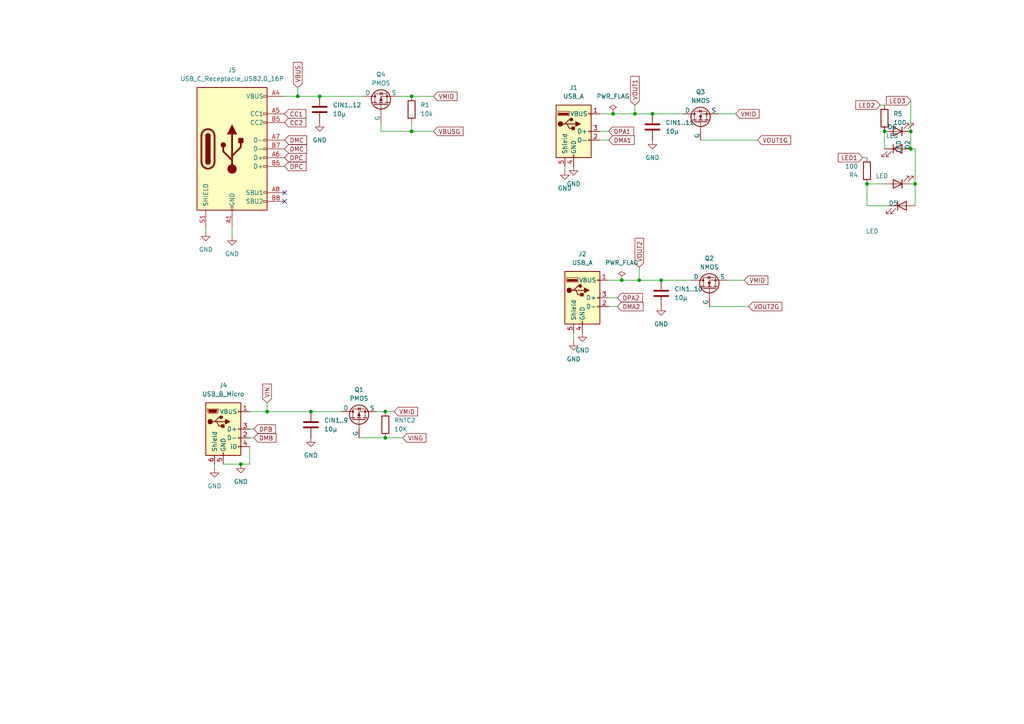
<source format=kicad_sch>
(kicad_sch (version 20250114) (generator "eeschema") (generator_version "9.0")
  (paper "A4")
  (lib_symbols
    (symbol "Connector:USB_A" (pin_names (offset 1.016))
      (property "Reference" "J" (at -5.08 11.43 0))
      (property "Value" "USB_A" (at -5.08 8.89 0))
      (symbol "USB_A_0_1"
        (rectangle (start -5.08 -7.62) (end 5.08 7.62) (stroke (width 0.254)) (fill (type background)))
        (circle (center -3.81 2.159) (radius 0.635) (stroke (width 0.254)) (fill (type outline)))
        (polyline (pts (xy -3.175 2.159) (xy -2.54 2.159) (xy -1.27 3.429) (xy -0.635 3.429)) (stroke (width 0.254)))
        (polyline (pts (xy -2.54 2.159) (xy -1.905 2.159) (xy -1.27 0.889) (xy 0 0.889)) (stroke (width 0.254)))
        (rectangle (start -1.524 4.826) (end -4.318 5.334) (fill (type outline)))
        (rectangle (start -1.27 4.572) (end -4.572 5.842))
        (circle (center -0.635 3.429) (radius 0.381) (stroke (width 0.254)) (fill (type outline)))
        (rectangle (start -0.127 -7.62) (end 0.127 -6.858))
        (rectangle (start 0.254 1.27) (end -0.508 0.508) (stroke (width 0.254)) (fill (type outline)))
        (polyline (pts (xy 0.635 2.794) (xy 0.635 1.524) (xy 1.905 2.159) (xy 0.635 2.794)) (stroke (width 0.254)) (fill (type outline)))
        (rectangle (start 5.08 4.953) (end 4.318 5.207))
        (rectangle (start 5.08 -0.127) (end 4.318 0.127))
        (rectangle (start 5.08 -2.667) (end 4.318 -2.413))
      )
      (symbol "USB_A_1_1"
        (polyline (pts (xy -1.905 2.159) (xy 0.635 2.159)) (stroke (width 0.254)))
        (pin passive line (at -2.54 -10.16 90) (length 2.54) (name "Shield") (number "5"))
        (pin power_in line (at 0 -10.16 90) (length 2.54) (name "GND") (number "4"))
        (pin power_in line (at 7.62 5.08 180) (length 2.54) (name "VBUS") (number "1"))
        (pin bidirectional line (at 7.62 0 180) (length 2.54) (name "D+") (number "3"))
        (pin bidirectional line (at 7.62 -2.54 180) (length 2.54) (name "D-") (number "2"))
      )
    )
    (symbol "Connector:USB_B_Micro" (pin_names (offset 1.016))
      (property "Reference" "J" (at -5.08 11.43 0))
      (property "Value" "USB_B_Micro" (at -5.08 8.89 0))
      (symbol "USB_B_Micro_0_1"
        (rectangle (start -5.08 -7.62) (end 5.08 7.62) (stroke (width 0.254)) (fill (type background)))
        (polyline (pts (xy -4.699 5.842) (xy -4.699 5.588) (xy -4.445 4.826) (xy -4.445 4.572) (xy -1.651 4.572) (xy -1.651 4.826) (xy -1.397 5.588) (xy -1.397 5.842) (xy -4.699 5.842)))
        (polyline (pts (xy -4.318 5.588) (xy -1.778 5.588) (xy -2.032 4.826) (xy -4.064 4.826) (xy -4.318 5.588)) (fill (type outline)))
        (circle (center -3.81 2.159) (radius 0.635) (stroke (width 0.254)) (fill (type outline)))
        (polyline (pts (xy -3.175 2.159) (xy -2.54 2.159) (xy -1.27 3.429) (xy -0.635 3.429)) (stroke (width 0.254)))
        (polyline (pts (xy -2.54 2.159) (xy -1.905 2.159) (xy -1.27 0.889) (xy 0 0.889)) (stroke (width 0.254)))
        (polyline (pts (xy -1.905 2.159) (xy 0.635 2.159)) (stroke (width 0.254)))
        (circle (center -0.635 3.429) (radius 0.381) (stroke (width 0.254)) (fill (type outline)))
        (rectangle (start -0.127 -7.62) (end 0.127 -6.858))
        (rectangle (start 0.254 1.27) (end -0.508 0.508) (stroke (width 0.254)) (fill (type outline)))
        (polyline (pts (xy 0.635 2.794) (xy 0.635 1.524) (xy 1.905 2.159) (xy 0.635 2.794)) (stroke (width 0.254)) (fill (type outline)))
        (rectangle (start 5.08 4.953) (end 4.318 5.207))
        (rectangle (start 5.08 -0.127) (end 4.318 0.127))
        (rectangle (start 5.08 -2.667) (end 4.318 -2.413))
        (rectangle (start 5.08 -5.207) (end 4.318 -4.953))
      )
      (symbol "USB_B_Micro_1_1"
        (pin passive line (at -2.54 -10.16 90) (length 2.54) (name "Shield") (number "6"))
        (pin power_out line (at 0 -10.16 90) (length 2.54) (name "GND") (number "5"))
        (pin power_out line (at 7.62 5.08 180) (length 2.54) (name "VBUS") (number "1"))
        (pin bidirectional line (at 7.62 0 180) (length 2.54) (name "D+") (number "3"))
        (pin bidirectional line (at 7.62 -2.54 180) (length 2.54) (name "D-") (number "2"))
        (pin passive line (at 7.62 -5.08 180) (length 2.54) (name "ID") (number "4"))
      )
    )
    (symbol "Connector:USB_C_Receptacle_USB2.0_16P" (pin_names (offset 1.016))
      (property "Reference" "J" (at 0 22.225 0))
      (property "Value" "USB_C_Receptacle_USB2.0_16P" (at 0 19.685 0))
      (symbol "USB_C_Receptacle_USB2.0_16P_0_0"
        (rectangle (start -0.254 -17.78) (end 0.254 -16.764))
        (rectangle (start 10.16 15.494) (end 9.144 14.986))
        (rectangle (start 10.16 10.414) (end 9.144 9.906))
        (rectangle (start 10.16 7.874) (end 9.144 7.366))
        (rectangle (start 10.16 2.794) (end 9.144 2.286))
        (rectangle (start 10.16 0.254) (end 9.144 -0.254))
        (rectangle (start 10.16 -2.286) (end 9.144 -2.794))
        (rectangle (start 10.16 -4.826) (end 9.144 -5.334))
        (rectangle (start 10.16 -12.446) (end 9.144 -12.954))
        (rectangle (start 10.16 -14.986) (end 9.144 -15.494))
      )
      (symbol "USB_C_Receptacle_USB2.0_16P_0_1"
        (rectangle (start -10.16 17.78) (end 10.16 -17.78) (stroke (width 0.254)) (fill (type background)))
        (polyline (pts (xy -8.89 -3.81) (xy -8.89 3.81)) (stroke (width 0.508)))
        (rectangle (start -7.62 -3.81) (end -6.35 3.81) (stroke (width 0.254)) (fill (type outline)))
        (arc (start -7.62 3.81) (mid -6.985 4.4423) (end -6.35 3.81) (stroke (width 0.254)))
        (arc (start -7.62 3.81) (mid -6.985 4.4423) (end -6.35 3.81) (stroke (width 0.254)) (fill (type outline)))
        (arc (start -8.89 3.81) (mid -6.985 5.7067) (end -5.08 3.81) (stroke (width 0.508)))
        (arc (start -5.08 -3.81) (mid -6.985 -5.7067) (end -8.89 -3.81) (stroke (width 0.508)))
        (arc (start -6.35 -3.81) (mid -6.985 -4.4423) (end -7.62 -3.81) (stroke (width 0.254)))
        (arc (start -6.35 -3.81) (mid -6.985 -4.4423) (end -7.62 -3.81) (stroke (width 0.254)) (fill (type outline)))
        (polyline (pts (xy -5.08 3.81) (xy -5.08 -3.81)) (stroke (width 0.508)))
        (circle (center -2.54 1.143) (radius 0.635) (stroke (width 0.254)) (fill (type outline)))
        (polyline (pts (xy -1.27 4.318) (xy 0 6.858) (xy 1.27 4.318) (xy -1.27 4.318)) (stroke (width 0.254)) (fill (type outline)))
        (polyline (pts (xy 0 -2.032) (xy 2.54 0.508) (xy 2.54 1.778)) (stroke (width 0.508)))
        (polyline (pts (xy 0 -3.302) (xy -2.54 -0.762) (xy -2.54 0.508)) (stroke (width 0.508)))
        (polyline (pts (xy 0 -5.842) (xy 0 4.318)) (stroke (width 0.508)))
        (circle (center 0 -5.842) (radius 1.27) (fill (type outline)))
        (rectangle (start 1.905 1.778) (end 3.175 3.048) (stroke (width 0.254)) (fill (type outline)))
      )
      (symbol "USB_C_Receptacle_USB2.0_16P_1_1"
        (pin passive line (at -7.62 -22.86 90) (length 5.08) (name "SHIELD") (number "S1"))
        (pin passive line (at 0 -22.86 90) (length 5.08) (name "GND") (number "A1"))
        (pin passive line (at 0 -22.86 90) (length 5.08) (hide yes) (name "GND") (number "A12"))
        (pin passive line (at 0 -22.86 90) (length 5.08) (hide yes) (name "GND") (number "B1"))
        (pin passive line (at 0 -22.86 90) (length 5.08) (hide yes) (name "GND") (number "B12"))
        (pin passive line (at 15.24 15.24 180) (length 5.08) (name "VBUS") (number "A4"))
        (pin passive line (at 15.24 15.24 180) (length 5.08) (hide yes) (name "VBUS") (number "A9"))
        (pin passive line (at 15.24 15.24 180) (length 5.08) (hide yes) (name "VBUS") (number "B4"))
        (pin passive line (at 15.24 15.24 180) (length 5.08) (hide yes) (name "VBUS") (number "B9"))
        (pin bidirectional line (at 15.24 10.16 180) (length 5.08) (name "CC1") (number "A5"))
        (pin bidirectional line (at 15.24 7.62 180) (length 5.08) (name "CC2") (number "B5"))
        (pin bidirectional line (at 15.24 2.54 180) (length 5.08) (name "D-") (number "A7"))
        (pin bidirectional line (at 15.24 0 180) (length 5.08) (name "D-") (number "B7"))
        (pin bidirectional line (at 15.24 -2.54 180) (length 5.08) (name "D+") (number "A6"))
        (pin bidirectional line (at 15.24 -5.08 180) (length 5.08) (name "D+") (number "B6"))
        (pin bidirectional line (at 15.24 -12.7 180) (length 5.08) (name "SBU1") (number "A8"))
        (pin bidirectional line (at 15.24 -15.24 180) (length 5.08) (name "SBU2") (number "B8"))
      )
    )
    (symbol "Device:C" (pin_numbers (hide yes)) (pin_names (offset 0.254))
      (property "Reference" "C" (at 0.635 2.54 0))
      (property "Value" "C" (at 0.635 -2.54 0))
      (symbol "C_0_1"
        (polyline (pts (xy -2.032 0.762) (xy 2.032 0.762)) (stroke (width 0.508)))
        (polyline (pts (xy -2.032 -0.762) (xy 2.032 -0.762)) (stroke (width 0.508)))
      )
      (symbol "C_1_1"
        (pin passive line (at 0 3.81 270) (length 2.794) (name "~") (number "1"))
        (pin passive line (at 0 -3.81 90) (length 2.794) (name "~") (number "2"))
      )
    )
    (symbol "Device:LED" (pin_numbers (hide yes)) (pin_names (offset 1.016) (hide yes))
      (property "Reference" "D" (at 0 2.54 0))
      (property "Value" "LED" (at 0 -2.54 0))
      (symbol "LED_0_1"
        (polyline (pts (xy -3.048 -0.762) (xy -4.572 -2.286) (xy -3.81 -2.286) (xy -4.572 -2.286) (xy -4.572 -1.524)))
        (polyline (pts (xy -1.778 -0.762) (xy -3.302 -2.286) (xy -2.54 -2.286) (xy -3.302 -2.286) (xy -3.302 -1.524)))
        (polyline (pts (xy -1.27 0) (xy 1.27 0)))
        (polyline (pts (xy -1.27 -1.27) (xy -1.27 1.27)) (stroke (width 0.254)))
        (polyline (pts (xy 1.27 -1.27) (xy 1.27 1.27) (xy -1.27 0) (xy 1.27 -1.27)) (stroke (width 0.254)))
      )
      (symbol "LED_1_1"
        (pin passive line (at -3.81 0 0) (length 2.54) (name "K") (number "1"))
        (pin passive line (at 3.81 0 180) (length 2.54) (name "A") (number "2"))
      )
    )
    (symbol "Device:R" (pin_numbers (hide yes)) (pin_names (offset 0))
      (property "Reference" "R" (at 2.032 0 90))
      (property "Value" "R" (at 0 0 90))
      (symbol "R_0_1"
        (rectangle (start -1.016 -2.54) (end 1.016 2.54) (stroke (width 0.254)))
      )
      (symbol "R_1_1"
        (pin passive line (at 0 3.81 270) (length 1.27) (name "~") (number "1"))
        (pin passive line (at 0 -3.81 90) (length 1.27) (name "~") (number "2"))
      )
    )
    (symbol "Simulation_SPICE:NMOS" (pin_numbers (hide yes)) (pin_names (offset 0))
      (property "Reference" "Q" (at 5.08 1.27 0))
      (property "Value" "NMOS" (at 5.08 -1.27 0))
      (symbol "NMOS_0_1"
        (polyline (pts (xy 0.254 1.905) (xy 0.254 -1.905)) (stroke (width 0.254)))
        (polyline (pts (xy 0.254 0) (xy -2.54 0)))
        (polyline (pts (xy 0.762 2.286) (xy 0.762 1.27)) (stroke (width 0.254)))
        (polyline (pts (xy 0.762 0.508) (xy 0.762 -0.508)) (stroke (width 0.254)))
        (polyline (pts (xy 0.762 -1.27) (xy 0.762 -2.286)) (stroke (width 0.254)))
        (polyline (pts (xy 0.762 -1.778) (xy 3.302 -1.778) (xy 3.302 1.778) (xy 0.762 1.778)))
        (polyline (pts (xy 1.016 0) (xy 2.032 0.381) (xy 2.032 -0.381) (xy 1.016 0)) (fill (type outline)))
        (circle (center 1.651 0) (radius 2.794) (stroke (width 0.254)))
        (polyline (pts (xy 2.54 2.54) (xy 2.54 1.778)))
        (circle (center 2.54 1.778) (radius 0.254) (fill (type outline)))
        (circle (center 2.54 -1.778) (radius 0.254) (fill (type outline)))
        (polyline (pts (xy 2.54 -2.54) (xy 2.54 0) (xy 0.762 0)))
        (polyline (pts (xy 2.794 0.508) (xy 2.921 0.381) (xy 3.683 0.381) (xy 3.81 0.254)))
        (polyline (pts (xy 3.302 0.381) (xy 2.921 -0.254) (xy 3.683 -0.254) (xy 3.302 0.381)))
      )
      (symbol "NMOS_1_1"
        (pin input line (at -5.08 0 0) (length 2.54) (name "G") (number "2"))
        (pin passive line (at 2.54 5.08 270) (length 2.54) (name "D") (number "1"))
        (pin passive line (at 2.54 -5.08 90) (length 2.54) (name "S") (number "3"))
      )
    )
    (symbol "Simulation_SPICE:PMOS" (pin_numbers (hide yes)) (pin_names (offset 0))
      (property "Reference" "Q" (at 5.08 1.27 0))
      (property "Value" "PMOS" (at 5.08 -1.27 0))
      (symbol "PMOS_0_1"
        (polyline (pts (xy 0.254 1.905) (xy 0.254 -1.905)) (stroke (width 0.254)))
        (polyline (pts (xy 0.254 0) (xy -2.54 0)))
        (polyline (pts (xy 0.762 2.286) (xy 0.762 1.27)) (stroke (width 0.254)))
        (polyline (pts (xy 0.762 1.778) (xy 3.302 1.778) (xy 3.302 -1.778) (xy 0.762 -1.778)))
        (polyline (pts (xy 0.762 0.508) (xy 0.762 -0.508)) (stroke (width 0.254)))
        (polyline (pts (xy 0.762 -1.27) (xy 0.762 -2.286)) (stroke (width 0.254)))
        (circle (center 1.651 0) (radius 2.794) (stroke (width 0.254)))
        (polyline (pts (xy 2.286 0) (xy 1.27 0.381) (xy 1.27 -0.381) (xy 2.286 0)) (fill (type outline)))
        (polyline (pts (xy 2.54 2.54) (xy 2.54 1.778)))
        (circle (center 2.54 1.778) (radius 0.254) (fill (type outline)))
        (circle (center 2.54 -1.778) (radius 0.254) (fill (type outline)))
        (polyline (pts (xy 2.54 -2.54) (xy 2.54 0) (xy 0.762 0)))
        (polyline (pts (xy 2.794 -0.508) (xy 2.921 -0.381) (xy 3.683 -0.381) (xy 3.81 -0.254)))
        (polyline (pts (xy 3.302 -0.381) (xy 2.921 0.254) (xy 3.683 0.254) (xy 3.302 -0.381)))
      )
      (symbol "PMOS_1_1"
        (pin input line (at -5.08 0 0) (length 2.54) (name "G") (number "2"))
        (pin passive line (at 2.54 5.08 270) (length 2.54) (name "D") (number "1"))
        (pin passive line (at 2.54 -5.08 90) (length 2.54) (name "S") (number "3"))
      )
    )
    (symbol "power:GND" (power) (pin_numbers (hide yes)) (pin_names (offset 0) (hide yes))
      (property "Value" "GND" (at 0 -3.81 0))
      (symbol "GND_0_1"
        (polyline (pts (xy 0 0) (xy 0 -1.27) (xy 1.27 -1.27) (xy 0 -2.54) (xy -1.27 -1.27) (xy 0 -1.27)))
      )
      (symbol "GND_1_1"
        (pin power_in line (at 0 0 270) (length 0) (name "~") (number "1"))
      )
    )
    (symbol "power:PWR_FLAG" (power) (pin_numbers (hide yes)) (pin_names (offset 0) (hide yes))
      (property "Value" "PWR_FLAG" (at 0 3.81 0))
      (symbol "PWR_FLAG_0_0"
        (pin power_out line (at 0 0 90) (length 0) (name "~") (number "1"))
      )
      (symbol "PWR_FLAG_0_1"
        (polyline (pts (xy 0 0) (xy 0 1.27) (xy -1.016 1.905) (xy 0 2.54) (xy 1.016 1.905) (xy 0 1.27)))
      )
    )
  )
  (junction (at 92.71 27.94))
  (junction (at 256.54 38.1))
  (junction (at 111.76 127))
  (junction (at 111.76 119.38))
  (junction (at 69.85 134.62))
  (junction (at 264.16 43.18))
  (junction (at 251.46 53.34))
  (junction (at 264.16 38.1))
  (junction (at 177.8 33.02))
  (junction (at 86.36 27.94))
  (junction (at 77.47 119.38))
  (junction (at 184.15 33.02))
  (junction (at 191.77 81.28))
  (junction (at 180.34 81.28))
  (junction (at 119.38 27.94))
  (junction (at 119.38 38.1))
  (junction (at 265.43 53.34))
  (junction (at 189.23 33.02))
  (junction (at 90.17 119.38))
  (junction (at 185.42 81.28))
  (no_connect (at 82.55 55.88))
  (no_connect (at 82.55 58.42))
  (wire (pts (xy 180.34 81.28) (xy 185.42 81.28)))
  (wire (pts (xy 176.53 81.28) (xy 180.34 81.28)))
  (wire (pts (xy 110.49 38.1) (xy 119.38 38.1)))
  (wire (pts (xy 104.14 127) (xy 111.76 127)))
  (wire (pts (xy 184.15 30.48) (xy 184.15 33.02)))
  (wire (pts (xy 257.81 59.69) (xy 251.46 59.69)))
  (wire (pts (xy 191.77 81.28) (xy 200.66 81.28)))
  (wire (pts (xy 176.53 88.9) (xy 179.07 88.9)))
  (wire (pts (xy 77.47 119.38) (xy 90.17 119.38)))
  (wire (pts (xy 219.71 40.64) (xy 203.2 40.64)))
  (wire (pts (xy 189.23 33.02) (xy 198.12 33.02)))
  (wire (pts (xy 210.82 81.28) (xy 215.9 81.28)))
  (wire (pts (xy 119.38 27.94) (xy 125.73 27.94)))
  (wire (pts (xy 264.16 29.21) (xy 264.16 38.1)))
  (wire (pts (xy 166.37 99.06) (xy 166.37 96.52)))
  (wire (pts (xy 265.43 53.34) (xy 265.43 43.18)))
  (wire (pts (xy 111.76 119.38) (xy 114.3 119.38)))
  (wire (pts (xy 64.77 134.62) (xy 69.85 134.62)))
  (wire (pts (xy 177.8 33.02) (xy 184.15 33.02)))
  (wire (pts (xy 217.17 88.9) (xy 205.74 88.9)))
  (wire (pts (xy 256.54 53.34) (xy 251.46 53.34)))
  (wire (pts (xy 264.16 53.34) (xy 265.43 53.34)))
  (wire (pts (xy 69.85 134.62) (xy 72.39 134.62)))
  (wire (pts (xy 185.42 77.47) (xy 185.42 81.28)))
  (wire (pts (xy 265.43 59.69) (xy 265.43 53.34)))
  (wire (pts (xy 72.39 124.46) (xy 73.66 124.46)))
  (wire (pts (xy 208.28 33.02) (xy 213.36 33.02)))
  (wire (pts (xy 184.15 33.02) (xy 189.23 33.02)))
  (wire (pts (xy 251.46 59.69) (xy 251.46 53.34)))
  (wire (pts (xy 115.57 27.94) (xy 119.38 27.94)))
  (wire (pts (xy 173.99 38.1) (xy 176.53 38.1)))
  (wire (pts (xy 119.38 35.56) (xy 119.38 38.1)))
  (wire (pts (xy 111.76 127) (xy 116.84 127)))
  (wire (pts (xy 109.22 119.38) (xy 111.76 119.38)))
  (wire (pts (xy 72.39 119.38) (xy 77.47 119.38)))
  (wire (pts (xy 82.55 27.94) (xy 86.36 27.94)))
  (wire (pts (xy 77.47 116.84) (xy 77.47 119.38)))
  (wire (pts (xy 86.36 25.4) (xy 86.36 27.94)))
  (wire (pts (xy 90.17 119.38) (xy 99.06 119.38)))
  (wire (pts (xy 72.39 127) (xy 73.66 127)))
  (wire (pts (xy 67.31 66.04) (xy 67.31 68.58)))
  (wire (pts (xy 62.23 135.89) (xy 62.23 134.62)))
  (wire (pts (xy 256.54 38.1) (xy 256.54 43.18)))
  (wire (pts (xy 110.49 35.56) (xy 110.49 38.1)))
  (wire (pts (xy 72.39 134.62) (xy 72.39 129.54)))
  (wire (pts (xy 59.69 67.31) (xy 59.69 66.04)))
  (wire (pts (xy 265.43 43.18) (xy 264.16 43.18)))
  (wire (pts (xy 173.99 33.02) (xy 177.8 33.02)))
  (wire (pts (xy 173.99 40.64) (xy 176.53 40.64)))
  (wire (pts (xy 86.36 27.94) (xy 92.71 27.94)))
  (wire (pts (xy 251.46 45.72) (xy 250.19 45.72)))
  (wire (pts (xy 176.53 86.36) (xy 179.07 86.36)))
  (wire (pts (xy 92.71 27.94) (xy 105.41 27.94)))
  (wire (pts (xy 185.42 81.28) (xy 191.77 81.28)))
  (wire (pts (xy 256.54 30.48) (xy 255.27 30.48)))
  (wire (pts (xy 264.16 38.1) (xy 264.16 43.18)))
  (wire (pts (xy 163.83 49.53) (xy 163.83 48.26)))
  (wire (pts (xy 119.38 38.1) (xy 125.73 38.1)))
  (global_label "VIN" (shape input) (at 77.47 116.84 90) (property "Intersheetrefs" "${INTERSHEET_REFS}" (effects (hide yes))))
  (global_label "DPC" (shape input) (at 82.55 45.72 0) (property "Intersheetrefs" "${INTERSHEET_REFS}" (effects (hide yes))))
  (global_label "DPA2" (shape input) (at 179.07 86.36 0) (property "Intersheetrefs" "${INTERSHEET_REFS}" (effects (hide yes))))
  (global_label "DMC" (shape input) (at 82.55 40.64 0) (property "Intersheetrefs" "${INTERSHEET_REFS}" (effects (hide yes))))
  (global_label "VMID" (shape input) (at 125.73 27.94 0) (property "Intersheetrefs" "${INTERSHEET_REFS}" (effects (hide yes))))
  (global_label "CC2" (shape input) (at 82.55 35.56 0) (property "Intersheetrefs" "${INTERSHEET_REFS}" (effects (hide yes))))
  (global_label "VING" (shape input) (at 116.84 127 0) (property "Intersheetrefs" "${INTERSHEET_REFS}" (effects (hide yes))))
  (global_label "DMA1" (shape input) (at 176.53 40.64 0) (property "Intersheetrefs" "${INTERSHEET_REFS}" (effects (hide yes))))
  (global_label "VOUT2G" (shape input) (at 217.17 88.9 0) (property "Intersheetrefs" "${INTERSHEET_REFS}" (effects (hide yes))))
  (global_label "VOUT2" (shape input) (at 185.42 77.47 90) (property "Intersheetrefs" "${INTERSHEET_REFS}" (effects (hide yes))))
  (global_label "DPB" (shape input) (at 73.66 124.46 0) (property "Intersheetrefs" "${INTERSHEET_REFS}" (effects (hide yes))))
  (global_label "DMB" (shape input) (at 73.66 127 0) (property "Intersheetrefs" "${INTERSHEET_REFS}" (effects (hide yes))))
  (global_label "VMID" (shape input) (at 213.36 33.02 0) (property "Intersheetrefs" "${INTERSHEET_REFS}" (effects (hide yes))))
  (global_label "VBUSG" (shape input) (at 125.73 38.1 0) (property "Intersheetrefs" "${INTERSHEET_REFS}" (effects (hide yes))))
  (global_label "VMID" (shape input) (at 114.3 119.38 0) (property "Intersheetrefs" "${INTERSHEET_REFS}" (effects (hide yes))))
  (global_label "VOUT1" (shape input) (at 184.15 30.48 90) (property "Intersheetrefs" "${INTERSHEET_REFS}" (effects (hide yes))))
  (global_label "DPA1" (shape input) (at 176.53 38.1 0) (property "Intersheetrefs" "${INTERSHEET_REFS}" (effects (hide yes))))
  (global_label "VMID" (shape input) (at 215.9 81.28 0) (property "Intersheetrefs" "${INTERSHEET_REFS}" (effects (hide yes))))
  (global_label "LED1" (shape input) (at 250.19 45.72 180) (property "Intersheetrefs" "${INTERSHEET_REFS}" (effects (hide yes))))
  (global_label "LED3" (shape input) (at 264.16 29.21 180) (property "Intersheetrefs" "${INTERSHEET_REFS}" (effects (hide yes))))
  (global_label "CC1" (shape input) (at 82.55 33.02 0) (property "Intersheetrefs" "${INTERSHEET_REFS}" (effects (hide yes))))
  (global_label "DMA2" (shape input) (at 179.07 88.9 0) (property "Intersheetrefs" "${INTERSHEET_REFS}" (effects (hide yes))))
  (global_label "VOUT1G" (shape input) (at 219.71 40.64 0) (property "Intersheetrefs" "${INTERSHEET_REFS}" (effects (hide yes))))
  (global_label "VBUS" (shape input) (at 86.36 25.4 90) (property "Intersheetrefs" "${INTERSHEET_REFS}" (effects (hide yes))))
  (global_label "LED2" (shape input) (at 255.27 30.48 180) (property "Intersheetrefs" "${INTERSHEET_REFS}" (effects (hide yes))))
  (global_label "DMC" (shape input) (at 82.55 43.18 0) (property "Intersheetrefs" "${INTERSHEET_REFS}" (effects (hide yes))))
  (global_label "DPC" (shape input) (at 82.55 48.26 0) (property "Intersheetrefs" "${INTERSHEET_REFS}" (effects (hide yes))))
  (symbol (lib_id "Simulation_SPICE:PMOS") (at 110.49 30.48 90) (unit 1)
    (property "Reference" "Q4" (at 110.49 21.59 90))
    (property "Value" "PMOS" (at 110.49 24.13 90))
    (property "Footprint" "Package_TO_SOT_SMD:TSOT-23" (effects (hide yes)))
    (property "Datasheet" "https://ngspice.sourceforge.io/docs/ngspice-html-manual/manual.xhtml#cha_MOSFETs" (effects (hide yes)))
    (property "Description" "P-MOSFET transistor, drain/source/gate" (effects (hide yes)))
    (property "Sim.Device" "PMOS" (effects (hide yes)))
    (property "Sim.Type" "VDMOS" (effects (hide yes)))
    (property "Sim.Pins" "1=D 2=G 3=S" (effects (hide yes)))
  )
  (symbol (lib_id "Device:LED") (at 261.62 59.69 0) (unit 1)
    (property "Reference" "D5" (at 259.08 58.928 0))
    (property "Value" "LED" (at 252.984 67.056 0))
    (property "Footprint" "LED_SMD:LED_0603_1608Metric" (effects (hide yes)))
    (property "Description" "Light emitting diode" (effects (hide yes)))
    (property "Sim.Pins" "1=K 2=A" (effects (hide yes)))
  )
  (symbol (lib_id "Device:C") (at 191.77 85.09 0) (unit 1)
    (property "Reference" "CIN1..10" (at 195.58 83.8199 0) (effects (justify left)))
    (property "Value" "10µ" (at 195.58 86.3599 0) (effects (justify left)))
    (property "Footprint" "Capacitor_SMD:C_0805_2012Metric" (effects (hide yes)))
    (property "Description" "Unpolarized capacitor" (effects (hide yes)))
  )
  (symbol (lib_id "Device:C") (at 90.17 123.19 0) (unit 1)
    (property "Reference" "CIN1..9" (at 93.98 121.9199 0) (effects (justify left)))
    (property "Value" "10µ" (at 93.98 124.4599 0) (effects (justify left)))
    (property "Footprint" "Capacitor_SMD:C_0805_2012Metric" (effects (hide yes)))
    (property "Description" "Unpolarized capacitor" (effects (hide yes)))
  )
  (symbol (lib_id "power:GND") (at 62.23 135.89 0) (unit 1)
    (property "Reference" "#PWR044" (effects (hide yes)))
    (property "Value" "GND" (at 62.23 140.97 0))
    (property "Description" "Power symbol creates a global label with name \"GND\" , ground" (effects (hide yes)))
  )
  (symbol (lib_id "Connector:USB_A") (at 168.91 86.36 0) (unit 1)
    (property "Reference" "J2" (at 168.91 73.66 0))
    (property "Value" "USB_A" (at 168.91 76.2 0))
    (property "Footprint" "Connector_USB:USB_A_CNCTech_1001-011-01101_Horizontal" (effects (hide yes)))
    (property "Description" "USB Type A connector" (effects (hide yes)))
  )
  (symbol (lib_id "Simulation_SPICE:PMOS") (at 104.14 121.92 90) (unit 1)
    (property "Reference" "Q1" (at 104.14 113.03 90))
    (property "Value" "PMOS" (at 104.14 115.57 90))
    (property "Footprint" "Package_TO_SOT_SMD:TSOT-23" (effects (hide yes)))
    (property "Datasheet" "https://ngspice.sourceforge.io/docs/ngspice-html-manual/manual.xhtml#cha_MOSFETs" (effects (hide yes)))
    (property "Description" "P-MOSFET transistor, drain/source/gate" (effects (hide yes)))
    (property "Sim.Device" "PMOS" (effects (hide yes)))
    (property "Sim.Type" "VDMOS" (effects (hide yes)))
    (property "Sim.Pins" "1=D 2=G 3=S" (effects (hide yes)))
  )
  (symbol (lib_id "Connector:USB_A") (at 166.37 38.1 0) (unit 1)
    (property "Reference" "J1" (at 166.37 25.4 0))
    (property "Value" "USB_A" (at 166.37 27.94 0))
    (property "Footprint" "Connector_USB:USB_A_CNCTech_1001-011-01101_Horizontal" (effects (hide yes)))
    (property "Description" "USB Type A connector" (effects (hide yes)))
  )
  (symbol (lib_id "power:GND") (at 69.85 134.62 0) (unit 1)
    (property "Reference" "#PWR09" (effects (hide yes)))
    (property "Value" "GND" (at 69.85 139.7 0))
    (property "Description" "Power symbol creates a global label with name \"GND\" , ground" (effects (hide yes)))
  )
  (symbol (lib_id "power:PWR_FLAG") (at 180.34 81.28 0) (unit 1)
    (property "Reference" "#FLG05" (effects (hide yes)))
    (property "Value" "PWR_FLAG" (at 180.34 76.2 0))
    (property "Description" "Special symbol for telling ERC where power comes from" (effects (hide yes)))
  )
  (symbol (lib_id "Device:LED") (at 260.35 38.1 180) (unit 1)
    (property "Reference" "D2" (at 263.2076 40.64 90) (effects (justify left)))
    (property "Value" "LED" (at 260.6676 40.64 90) (effects (justify left)))
    (property "Footprint" "LED_SMD:LED_0603_1608Metric" (effects (hide yes)))
    (property "Description" "Light emitting diode" (effects (hide yes)))
    (property "Sim.Pins" "1=K 2=A" (effects (hide yes)))
  )
  (symbol (lib_id "Simulation_SPICE:NMOS") (at 203.2 35.56 90) (unit 1)
    (property "Reference" "Q3" (at 203.2 26.67 90))
    (property "Value" "NMOS" (at 203.2 29.21 90))
    (property "Footprint" "Package_TO_SOT_SMD:TSOT-23" (effects (hide yes)))
    (property "Datasheet" "https://ngspice.sourceforge.io/docs/ngspice-html-manual/manual.xhtml#cha_MOSFETs" (effects (hide yes)))
    (property "Description" "N-MOSFET transistor, drain/source/gate" (effects (hide yes)))
    (property "Sim.Device" "NMOS" (effects (hide yes)))
    (property "Sim.Type" "VDMOS" (effects (hide yes)))
    (property "Sim.Pins" "1=D 2=G 3=S" (effects (hide yes)))
  )
  (symbol (lib_id "power:GND") (at 166.37 99.06 0) (unit 1)
    (property "Reference" "#PWR046" (effects (hide yes)))
    (property "Value" "GND" (at 166.37 104.14 0))
    (property "Description" "Power symbol creates a global label with name \"GND\" , ground" (effects (hide yes)))
  )
  (symbol (lib_id "power:GND") (at 90.17 127 0) (unit 1)
    (property "Reference" "#PWR011" (effects (hide yes)))
    (property "Value" "GND" (at 90.17 132.08 0))
    (property "Description" "Power symbol creates a global label with name \"GND\" , ground" (effects (hide yes)))
  )
  (symbol (lib_id "power:GND") (at 92.71 35.56 0) (unit 1)
    (property "Reference" "#PWR042" (effects (hide yes)))
    (property "Value" "GND" (at 92.71 40.64 0))
    (property "Description" "Power symbol creates a global label with name \"GND\" , ground" (effects (hide yes)))
  )
  (symbol (lib_id "power:GND") (at 166.37 48.26 0) (unit 1)
    (property "Reference" "#PWR015" (effects (hide yes)))
    (property "Value" "GND" (at 166.37 53.34 0))
    (property "Description" "Power symbol creates a global label with name \"GND\" , ground" (effects (hide yes)))
  )
  (symbol (lib_id "power:GND") (at 168.91 96.52 0) (unit 1)
    (property "Reference" "#PWR012" (effects (hide yes)))
    (property "Value" "GND" (at 168.91 101.6 0))
    (property "Description" "Power symbol creates a global label with name \"GND\" , ground" (effects (hide yes)))
  )
  (symbol (lib_id "power:GND") (at 191.77 88.9 0) (unit 1)
    (property "Reference" "#PWR039" (effects (hide yes)))
    (property "Value" "GND" (at 191.77 93.98 0))
    (property "Description" "Power symbol creates a global label with name \"GND\" , ground" (effects (hide yes)))
  )
  (symbol (lib_id "Simulation_SPICE:NMOS") (at 205.74 83.82 90) (unit 1)
    (property "Reference" "Q2" (at 205.74 74.93 90))
    (property "Value" "NMOS" (at 205.74 77.47 90))
    (property "Footprint" "Package_TO_SOT_SMD:TSOT-23" (effects (hide yes)))
    (property "Datasheet" "https://ngspice.sourceforge.io/docs/ngspice-html-manual/manual.xhtml#cha_MOSFETs" (effects (hide yes)))
    (property "Description" "N-MOSFET transistor, drain/source/gate" (effects (hide yes)))
    (property "Sim.Device" "NMOS" (effects (hide yes)))
    (property "Sim.Type" "VDMOS" (effects (hide yes)))
    (property "Sim.Pins" "1=D 2=G 3=S" (effects (hide yes)))
  )
  (symbol (lib_id "power:GND") (at 59.69 67.31 0) (unit 1)
    (property "Reference" "#PWR045" (effects (hide yes)))
    (property "Value" "GND" (at 59.69 72.39 0))
    (property "Description" "Power symbol creates a global label with name \"GND\" , ground" (effects (hide yes)))
  )
  (symbol (lib_id "Device:C") (at 189.23 36.83 0) (unit 1)
    (property "Reference" "CIN1..11" (at 193.04 35.5599 0) (effects (justify left)))
    (property "Value" "10µ" (at 193.04 38.0999 0) (effects (justify left)))
    (property "Footprint" "Capacitor_SMD:C_0805_2012Metric" (effects (hide yes)))
    (property "Description" "Unpolarized capacitor" (effects (hide yes)))
  )
  (symbol (lib_id "Device:C") (at 92.71 31.75 0) (unit 1)
    (property "Reference" "CIN1..12" (at 96.52 30.4799 0) (effects (justify left)))
    (property "Value" "10µ" (at 96.52 33.0199 0) (effects (justify left)))
    (property "Footprint" "Capacitor_SMD:C_0805_2012Metric" (effects (hide yes)))
    (property "Description" "Unpolarized capacitor" (effects (hide yes)))
  )
  (symbol (lib_id "Device:LED") (at 260.35 43.18 0) (unit 1)
    (property "Reference" "D6" (at 258.7625 36.83 0))
    (property "Value" "LED" (at 258.7625 39.37 0))
    (property "Footprint" "LED_SMD:LED_0603_1608Metric" (effects (hide yes)))
    (property "Description" "Light emitting diode" (effects (hide yes)))
    (property "Sim.Pins" "1=K 2=A" (effects (hide yes)))
  )
  (symbol (lib_id "power:GND") (at 67.31 68.58 0) (unit 1)
    (property "Reference" "#PWR041" (effects (hide yes)))
    (property "Value" "GND" (at 67.31 73.66 0))
    (property "Description" "Power symbol creates a global label with name \"GND\" , ground" (effects (hide yes)))
  )
  (symbol (lib_id "Device:R") (at 251.46 49.53 180) (unit 1)
    (property "Reference" "R4" (at 248.92 50.8001 0) (effects (justify left)))
    (property "Value" "100" (at 248.92 48.2601 0) (effects (justify left)))
    (property "Footprint" "Resistor_SMD:R_0603_1608Metric" (effects (hide yes)))
    (property "Description" "Resistor" (effects (hide yes)))
  )
  (symbol (lib_id "power:GND") (at 163.83 49.53 0) (unit 1)
    (property "Reference" "#PWR047" (effects (hide yes)))
    (property "Value" "GND" (at 163.83 54.61 0))
    (property "Description" "Power symbol creates a global label with name \"GND\" , ground" (effects (hide yes)))
  )
  (symbol (lib_id "Device:R") (at 256.54 34.29 0) (unit 1)
    (property "Reference" "R5" (at 259.08 33.0199 0) (effects (justify left)))
    (property "Value" "100" (at 259.08 35.5599 0) (effects (justify left)))
    (property "Footprint" "Resistor_SMD:R_0603_1608Metric" (effects (hide yes)))
    (property "Description" "Resistor" (effects (hide yes)))
  )
  (symbol (lib_id "Device:R") (at 119.38 31.75 0) (unit 1)
    (property "Reference" "R1" (at 121.92 30.4799 0) (effects (justify left)))
    (property "Value" "10k" (at 121.92 33.0199 0) (effects (justify left)))
    (property "Footprint" "Resistor_SMD:R_0603_1608Metric" (effects (hide yes)))
    (property "Description" "Resistor" (effects (hide yes)))
  )
  (symbol (lib_id "Device:LED") (at 260.35 53.34 180) (unit 1)
    (property "Reference" "D1" (effects (hide yes)))
    (property "Value" "LED" (at 255.778 51.054 0))
    (property "Footprint" "LED_SMD:LED_0603_1608Metric" (effects (hide yes)))
    (property "Description" "Light emitting diode" (effects (hide yes)))
    (property "Sim.Pins" "1=K 2=A" (effects (hide yes)))
  )
  (symbol (lib_id "power:GND") (at 189.23 40.64 0) (unit 1)
    (property "Reference" "#PWR040" (effects (hide yes)))
    (property "Value" "GND" (at 189.23 45.72 0))
    (property "Description" "Power symbol creates a global label with name \"GND\" , ground" (effects (hide yes)))
  )
  (symbol (lib_id "Connector:USB_B_Micro") (at 64.77 124.46 0) (unit 1)
    (property "Reference" "J4" (at 64.77 111.76 0))
    (property "Value" "USB_B_Micro" (at 64.77 114.3 0))
    (property "Footprint" "Connector_USB:USB_Micro-B_Wuerth_629105150521" (effects (hide yes)))
    (property "Description" "USB Micro Type B connector" (effects (hide yes)))
  )
  (symbol (lib_id "power:PWR_FLAG") (at 177.8 33.02 0) (unit 1)
    (property "Reference" "#FLG06" (effects (hide yes)))
    (property "Value" "PWR_FLAG" (at 177.8 27.94 0))
    (property "Description" "Special symbol for telling ERC where power comes from" (effects (hide yes)))
  )
  (symbol (lib_id "Device:R") (at 111.76 123.19 0) (unit 1)
    (property "Reference" "RNTC2" (at 114.3 121.9199 0) (effects (justify left)))
    (property "Value" "10K" (at 114.3 124.4599 0) (effects (justify left)))
    (property "Footprint" "Resistor_SMD:R_0603_1608Metric" (effects (hide yes)))
    (property "Description" "Resistor" (effects (hide yes)))
  )
  (symbol (lib_id "Connector:USB_C_Receptacle_USB2.0_16P") (at 67.31 43.18 0) (unit 1)
    (property "Reference" "J5" (at 67.31 20.32 0))
    (property "Value" "USB_C_Receptacle_USB2.0_16P" (at 67.31 22.86 0))
    (property "Footprint" "Connector_USB:USB_C_Receptacle_HCTL_HC-TYPE-C-16P-01A" (effects (hide yes)))
    (property "Datasheet" "https://www.usb.org/sites/default/files/documents/usb_type-c.zip" (effects (hide yes)))
    (property "Description" "USB 2.0-only 16P Type-C Receptacle connector" (effects (hide yes)))
  )
)
</source>
